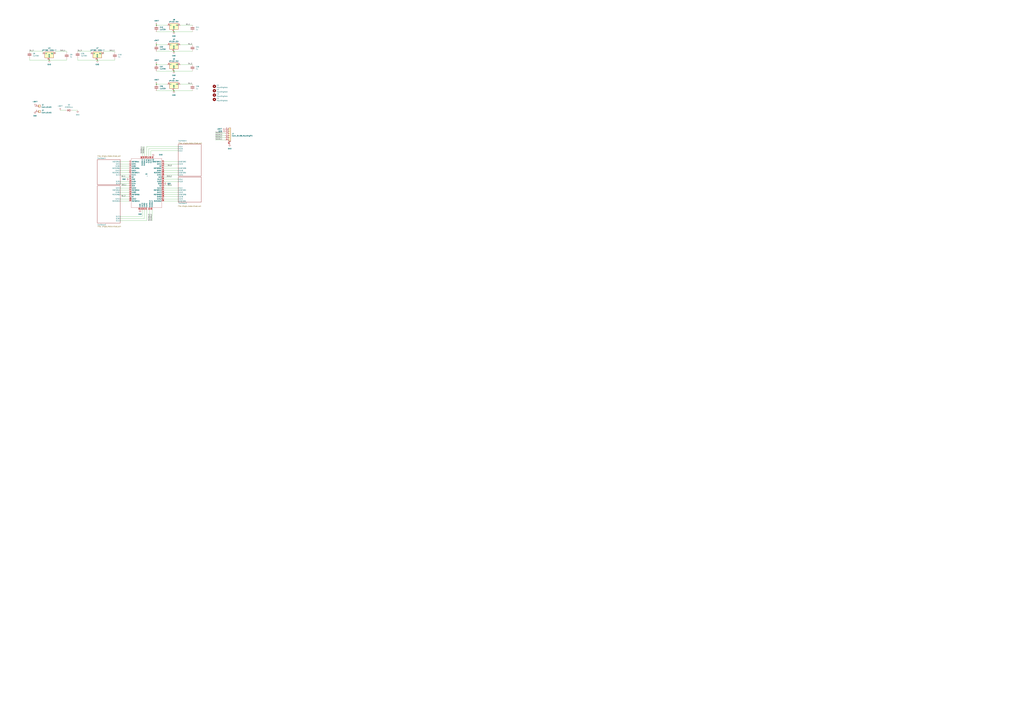
<source format=kicad_sch>
(kicad_sch (version 20250114) (generator "eeschema") (generator_version "9.0")
  (paper "A0")
  (lib_symbols
    (symbol "Connector_Generic:Conn_01x01" (pin_names (offset 1.016) (hide yes))
      (property "Reference" "J" (at 0 2.54 0))
      (property "Value" "Conn_01x01" (at 0 -2.54 0))
      (symbol "Conn_01x01_1_1"
        (rectangle (start -1.27 1.27) (end 1.27 -1.27) (stroke (width 0.254)) (fill (type background)))
        (rectangle (start -1.27 0.127) (end 0 -0.127) (stroke (width 0.1524)))
        (pin passive line (at -5.08 0 0) (length 3.81) (name "Pin_1") (number "1"))
      )
    )
    (symbol "Connector_Generic_MountingPin:Conn_01x06_MountingPin" (pin_names (offset 1.016) (hide yes))
      (property "Reference" "J" (at 0 7.62 0))
      (property "Value" "Conn_01x06_MountingPin" (at 1.27 -10.16 0))
      (symbol "Conn_01x06_MountingPin_1_1"
        (rectangle (start -1.27 6.35) (end 1.27 -8.89) (stroke (width 0.254)) (fill (type background)))
        (rectangle (start -1.27 5.207) (end 0 4.953) (stroke (width 0.1524)))
        (rectangle (start -1.27 2.667) (end 0 2.413) (stroke (width 0.1524)))
        (rectangle (start -1.27 0.127) (end 0 -0.127) (stroke (width 0.1524)))
        (rectangle (start -1.27 -2.413) (end 0 -2.667) (stroke (width 0.1524)))
        (rectangle (start -1.27 -4.953) (end 0 -5.207) (stroke (width 0.1524)))
        (rectangle (start -1.27 -7.493) (end 0 -7.747) (stroke (width 0.1524)))
        (polyline (pts (xy -1.016 -9.652) (xy 1.016 -9.652)) (stroke (width 0.1524)))
        (text "Mounting" (at 0 -9.271 0) (effects (font (size 0.381 0.381))))
        (pin passive line (at -5.08 5.08 0) (length 3.81) (name "Pin_1") (number "1"))
        (pin passive line (at -5.08 2.54 0) (length 3.81) (name "Pin_2") (number "2"))
        (pin passive line (at -5.08 0 0) (length 3.81) (name "Pin_3") (number "3"))
        (pin passive line (at -5.08 -2.54 0) (length 3.81) (name "Pin_4") (number "4"))
        (pin passive line (at -5.08 -5.08 0) (length 3.81) (name "Pin_5") (number "5"))
        (pin passive line (at -5.08 -7.62 0) (length 3.81) (name "Pin_6") (number "6"))
        (pin passive line (at 0 -12.7 90) (length 3.048) (name "MountPin") (number "MP"))
      )
    )
    (symbol "Device:C" (pin_numbers (hide yes)) (pin_names (offset 0.254))
      (property "Reference" "C" (at 0.635 2.54 0))
      (property "Value" "C" (at 0.635 -2.54 0))
      (symbol "C_0_1"
        (polyline (pts (xy -2.032 0.762) (xy 2.032 0.762)) (stroke (width 0.508)))
        (polyline (pts (xy -2.032 -0.762) (xy 2.032 -0.762)) (stroke (width 0.508)))
      )
      (symbol "C_1_1"
        (pin passive line (at 0 3.81 270) (length 2.794) (name "~") (number "1"))
        (pin passive line (at 0 -3.81 90) (length 2.794) (name "~") (number "2"))
      )
    )
    (symbol "Diode:Z1SMAxxx" (pin_numbers (hide yes)) (pin_names (hide yes))
      (property "Reference" "D" (at 0 2.54 0))
      (property "Value" "Z1SMAxxx" (at 0 -2.54 0))
      (symbol "Z1SMAxxx_0_1"
        (polyline (pts (xy -1.27 -1.27) (xy -1.27 1.27) (xy -0.762 1.27)) (stroke (width 0.254)))
        (polyline (pts (xy 1.27 0) (xy -1.27 0)))
        (polyline (pts (xy 1.27 -1.27) (xy 1.27 1.27) (xy -1.27 0) (xy 1.27 -1.27)) (stroke (width 0.254)))
      )
      (symbol "Z1SMAxxx_1_1"
        (pin passive line (at -3.81 0 0) (length 2.54) (name "K") (number "1"))
        (pin passive line (at 3.81 0 180) (length 2.54) (name "A") (number "2"))
      )
    )
    (symbol "Mechanical:MountingHole" (pin_names (offset 1.016)) (in_bom no)
      (property "Reference" "H" (at 0 5.08 0))
      (property "Value" "MountingHole" (at 0 3.175 0))
      (symbol "MountingHole_0_1"
        (circle (center 0 0) (radius 1.27) (stroke (width 1.27)))
      )
    )
    (symbol "Regulator_Linear:AP130-25Y" (pin_names (offset 0.254))
      (property "Reference" "U" (at -3.81 3.175 0))
      (property "Value" "AP130-25Y" (at 0 3.175 0))
      (symbol "AP130-25Y_0_1"
        (rectangle (start -5.08 1.905) (end 5.08 -5.08) (stroke (width 0.254)) (fill (type background)))
      )
      (symbol "AP130-25Y_1_1"
        (pin power_in line (at -7.62 0 0) (length 2.54) (name "VI") (number "3"))
        (pin power_in line (at 0 -7.62 90) (length 2.54) (name "GND") (number "2"))
        (pin power_out line (at 7.62 0 180) (length 2.54) (name "VO") (number "1"))
      )
    )
    (symbol "Regulator_Linear:AP7381-33SA-7"
      (property "Reference" "U" (at -3.81 3.175 0))
      (property "Value" "AP7381-33SA-7" (at 0 3.175 0))
      (symbol "AP7381-33SA-7_0_1"
        (rectangle (start -5.08 1.905) (end 5.08 -5.08) (stroke (width 0.254)) (fill (type background)))
      )
      (symbol "AP7381-33SA-7_1_1"
        (pin power_in line (at -7.62 0 0) (length 2.54) (name "VI") (number "1"))
        (pin power_in line (at 0 -7.62 90) (length 2.54) (name "GND") (number "3"))
        (pin power_out line (at 7.62 0 180) (length 2.54) (name "VO") (number "2"))
      )
    )
    (symbol "custom:LogicBoard"
      (property "Reference" "U" (at 0 30.734 0))
      (symbol "LogicBoard_0_1"
        (rectangle (start -17.78 29.21) (end 17.78 -27.94))
      )
      (symbol "LogicBoard_1_1"
        (pin output line (at -20.32 25.4 0) (length 2.54) (name "MOTORA4") (number "1"))
        (pin output line (at -20.32 22.86 0) (length 2.54) (name "GHA4") (number "2"))
        (pin output line (at -20.32 20.32 0) (length 2.54) (name "GHB4") (number "3"))
        (pin output line (at -20.32 17.78 0) (length 2.54) (name "MOTORB4") (number "4"))
        (pin output line (at -20.32 15.24 0) (length 2.54) (name "GHC4") (number "5"))
        (pin output line (at -20.32 12.7 0) (length 2.54) (name "MOTORC4") (number "6"))
        (pin output line (at -20.32 10.16 0) (length 2.54) (name "GLC4") (number "7"))
        (pin power_in line (at -20.32 7.62 0) (length 2.54) (name "5V") (number "8"))
        (pin power_in line (at -20.32 5.08 0) (length 2.54) (name "GND") (number "9"))
        (pin output line (at -20.32 2.54 0) (length 2.54) (name "GLB4") (number "10"))
        (pin output line (at -20.32 0 0) (length 2.54) (name "GLA4") (number "11"))
        (pin power_in line (at -20.32 -2.54 0) (length 2.54) (name "3V3") (number "12"))
        (pin output line (at -20.32 -5.08 0) (length 2.54) (name "GHA3") (number "13"))
        (pin output line (at -20.32 -7.62 0) (length 2.54) (name "MOTORA3") (number "14"))
        (pin output line (at -20.32 -10.16 0) (length 2.54) (name "GHB3") (number "15"))
        (pin output line (at -20.32 -12.7 0) (length 2.54) (name "MOTORB3") (number "16"))
        (pin power_in line (at -20.32 -15.24 0) (length 2.54) (name "5V") (number "17"))
        (pin output line (at -20.32 -17.78 0) (length 2.54) (name "GHC3") (number "18"))
        (pin output line (at -20.32 -20.32 0) (length 2.54) (name "MOTORC3") (number "19"))
        (pin power_in line (at -7.62 -30.48 90) (length 2.54) (name "GND") (number "20"))
        (pin input line (at -5.08 31.75 270) (length 2.54) (name "SIGNAL4") (number "50"))
        (pin output line (at -5.08 -30.48 90) (length 2.54) (name "GLC3") (number "21"))
        (pin input line (at -2.54 31.75 270) (length 2.54) (name "SIGNAL1") (number "49"))
        (pin output line (at -2.54 -30.48 90) (length 2.54) (name "GLB3") (number "22"))
        (pin input line (at 0 31.75 270) (length 2.54) (name "GLA1") (number "48"))
        (pin output line (at 0 -30.48 90) (length 2.54) (name "GLA3") (number "23"))
        (pin output line (at 2.54 31.75 270) (length 2.54) (name "GLB1") (number "47"))
        (pin input line (at 3.81 -30.48 90) (length 2.54) (name "SIGNAL3") (number "24"))
        (pin output line (at 5.08 31.75 270) (length 2.54) (name "GLC1") (number "46"))
        (pin input line (at 6.35 -30.48 90) (length 2.54) (name "SIGNAL2") (number "25"))
        (pin power_in line (at 7.62 31.75 270) (length 2.54) (name "GND") (number "45"))
        (pin output line (at 20.32 25.4 180) (length 2.54) (name "MOTORC1") (number "44"))
        (pin output line (at 20.32 22.86 180) (length 2.54) (name "GHC1") (number "43"))
        (pin power_in line (at 20.32 20.32 180) (length 2.54) (name "5V") (number "42"))
        (pin output line (at 20.32 17.78 180) (length 2.54) (name "MOTORB1") (number "41"))
        (pin output line (at 20.32 15.24 180) (length 2.54) (name "GHB1") (number "40"))
        (pin output line (at 20.32 12.7 180) (length 2.54) (name "MOTORA1") (number "39"))
        (pin output line (at 20.32 10.16 180) (length 2.54) (name "GHA1") (number "38"))
        (pin power_in line (at 20.32 7.62 180) (length 2.54) (name "3V3") (number "37"))
        (pin output line (at 20.32 5.08 180) (length 2.54) (name "GLA2") (number "36"))
        (pin output line (at 20.32 2.54 180) (length 2.54) (name "GLB2") (number "35"))
        (pin power_in line (at 20.32 0 180) (length 2.54) (name "GND") (number "34"))
        (pin power_in line (at 20.32 -2.54 180) (length 2.54) (name "5V") (number "33"))
        (pin output line (at 20.32 -5.08 180) (length 2.54) (name "GLC2") (number "32"))
        (pin output line (at 20.32 -7.62 180) (length 2.54) (name "MOTORC2") (number "31"))
        (pin output line (at 20.32 -10.16 180) (length 2.54) (name "GHC2") (number "30"))
        (pin output line (at 20.32 -12.7 180) (length 2.54) (name "MOTORB2") (number "29"))
        (pin output line (at 20.32 -15.24 180) (length 2.54) (name "GHB2") (number "28"))
        (pin output line (at 20.32 -17.78 180) (length 2.54) (name "GHA2") (number "27"))
        (pin output line (at 20.32 -20.32 180) (length 2.54) (name "MOTORA2") (number "26"))
      )
    )
    (symbol "power:+BATT" (power) (pin_numbers (hide yes)) (pin_names (offset 0) (hide yes))
      (property "Value" "+BATT" (at 0 3.556 0))
      (symbol "+BATT_0_1"
        (polyline (pts (xy -0.762 1.27) (xy 0 2.54)))
        (polyline (pts (xy 0 2.54) (xy 0.762 1.27)))
        (polyline (pts (xy 0 0) (xy 0 2.54)))
      )
      (symbol "+BATT_1_1"
        (pin power_in line (at 0 0 90) (length 0) (name "~") (number "1"))
      )
    )
    (symbol "power:GND" (power) (pin_numbers (hide yes)) (pin_names (offset 0) (hide yes))
      (property "Value" "GND" (at 0 -3.81 0))
      (symbol "GND_0_1"
        (polyline (pts (xy 0 0) (xy 0 -1.27) (xy 1.27 -1.27) (xy 0 -2.54) (xy -1.27 -1.27) (xy 0 -1.27)))
      )
      (symbol "GND_1_1"
        (pin power_in line (at 0 0 270) (length 0) (name "~") (number "1"))
      )
    )
  )
  (junction (at 201.93 105.41))
  (junction (at 201.93 82.55))
  (junction (at 181.61 74.93))
  (junction (at 201.93 59.69))
  (junction (at 181.61 29.21))
  (junction (at 57.15 69.85))
  (junction (at 113.03 69.85))
  (junction (at 181.61 97.79))
  (junction (at 181.61 52.07))
  (junction (at 201.93 36.83))
  (wire (pts (xy 139.7 233.68) (xy 149.86 233.68)))
  (wire (pts (xy 165.1 243.84) (xy 165.1 251.46)))
  (wire (pts (xy 139.7 187.96) (xy 149.86 187.96)))
  (wire (pts (xy 139.7 198.12) (xy 149.86 198.12)))
  (wire (pts (xy 190.5 218.44) (xy 207.01 218.44)))
  (wire (pts (xy 139.7 213.36) (xy 149.86 213.36)))
  (wire (pts (xy 190.5 200.66) (xy 207.01 200.66)))
  (wire (pts (xy 167.64 254) (xy 167.64 243.84)))
  (wire (pts (xy 170.18 243.84) (xy 170.18 256.54)))
  (wire (pts (xy 181.61 82.55) (xy 201.93 82.55)))
  (wire (pts (xy 34.29 69.85) (xy 34.29 67.31)))
  (wire (pts (xy 139.7 195.58) (xy 149.86 195.58)))
  (wire (pts (xy 199.39 193.04) (xy 190.5 193.04)))
  (wire (pts (xy 201.93 36.83) (xy 223.52 36.83)))
  (wire (pts (xy 201.93 59.69) (xy 223.52 59.69)))
  (wire (pts (xy 190.5 220.98) (xy 207.01 220.98)))
  (wire (pts (xy 190.5 231.14) (xy 207.01 231.14)))
  (wire (pts (xy 133.35 60.96) (xy 133.35 59.69)))
  (wire (pts (xy 199.39 205.74) (xy 190.5 205.74)))
  (wire (pts (xy 139.7 200.66) (xy 149.86 200.66)))
  (wire (pts (xy 170.18 256.54) (xy 139.7 256.54)))
  (wire (pts (xy 140.97 215.9) (xy 149.86 215.9)))
  (wire (pts (xy 83.82 128.27) (xy 90.17 128.27)))
  (wire (pts (xy 64.77 59.69) (xy 64.77 62.23)))
  (wire (pts (xy 209.55 97.79) (xy 223.52 97.79)))
  (wire (pts (xy 139.7 226.06) (xy 149.86 226.06)))
  (wire (pts (xy 165.1 251.46) (xy 139.7 251.46)))
  (wire (pts (xy 201.93 105.41) (xy 223.52 105.41)))
  (wire (pts (xy 133.35 69.85) (xy 133.35 68.58)))
  (wire (pts (xy 105.41 59.69) (xy 105.41 62.23)))
  (wire (pts (xy 181.61 29.21) (xy 194.31 29.21)))
  (wire (pts (xy 175.26 175.26) (xy 175.26 181.61)))
  (wire (pts (xy 181.61 74.93) (xy 194.31 74.93)))
  (wire (pts (xy 209.55 29.21) (xy 223.52 29.21)))
  (wire (pts (xy 190.5 195.58) (xy 207.01 195.58)))
  (wire (pts (xy 209.55 52.07) (xy 223.52 52.07)))
  (wire (pts (xy 64.77 59.69) (xy 77.47 59.69)))
  (wire (pts (xy 139.7 193.04) (xy 149.86 193.04)))
  (wire (pts (xy 190.5 208.28) (xy 207.01 208.28)))
  (wire (pts (xy 120.65 59.69) (xy 133.35 59.69)))
  (wire (pts (xy 69.85 128.27) (xy 76.2 128.27)))
  (wire (pts (xy 190.5 226.06) (xy 207.01 226.06)))
  (wire (pts (xy 172.72 181.61) (xy 172.72 172.72)))
  (wire (pts (xy 209.55 74.93) (xy 223.52 74.93)))
  (wire (pts (xy 190.5 198.12) (xy 207.01 198.12)))
  (wire (pts (xy 139.7 218.44) (xy 149.86 218.44)))
  (wire (pts (xy 190.5 190.5) (xy 207.01 190.5)))
  (wire (pts (xy 181.61 52.07) (xy 194.31 52.07)))
  (wire (pts (xy 176.53 243.84) (xy 176.53 256.54)))
  (wire (pts (xy 167.64 170.18) (xy 167.64 181.61)))
  (wire (pts (xy 57.15 69.85) (xy 77.47 69.85)))
  (wire (pts (xy 250.19 160.02) (xy 261.62 160.02)))
  (wire (pts (xy 190.5 203.2) (xy 207.01 203.2)))
  (wire (pts (xy 139.7 223.52) (xy 149.86 223.52)))
  (wire (pts (xy 113.03 69.85) (xy 133.35 69.85)))
  (wire (pts (xy 139.7 210.82) (xy 149.86 210.82)))
  (wire (pts (xy 199.39 215.9) (xy 190.5 215.9)))
  (wire (pts (xy 173.99 243.84) (xy 173.99 256.54)))
  (wire (pts (xy 140.97 228.6) (xy 149.86 228.6)))
  (wire (pts (xy 113.03 69.85) (xy 90.17 69.85)))
  (wire (pts (xy 172.72 172.72) (xy 207.01 172.72)))
  (wire (pts (xy 139.7 254) (xy 167.64 254)))
  (wire (pts (xy 57.15 69.85) (xy 34.29 69.85)))
  (wire (pts (xy 181.61 97.79) (xy 194.31 97.79)))
  (wire (pts (xy 77.47 69.85) (xy 77.47 68.58)))
  (wire (pts (xy 201.93 82.55) (xy 223.52 82.55)))
  (wire (pts (xy 139.7 190.5) (xy 149.86 190.5)))
  (wire (pts (xy 207.01 175.26) (xy 175.26 175.26)))
  (wire (pts (xy 170.18 170.18) (xy 207.01 170.18)))
  (wire (pts (xy 181.61 36.83) (xy 201.93 36.83)))
  (wire (pts (xy 139.7 203.2) (xy 149.86 203.2)))
  (wire (pts (xy 190.5 187.96) (xy 207.01 187.96)))
  (wire (pts (xy 77.47 60.96) (xy 77.47 59.69)))
  (wire (pts (xy 190.5 228.6) (xy 207.01 228.6)))
  (wire (pts (xy 190.5 210.82) (xy 207.01 210.82)))
  (wire (pts (xy 190.5 223.52) (xy 207.01 223.52)))
  (wire (pts (xy 165.1 170.18) (xy 165.1 181.61)))
  (wire (pts (xy 181.61 59.69) (xy 201.93 59.69)))
  (wire (pts (xy 181.61 105.41) (xy 201.93 105.41)))
  (wire (pts (xy 120.65 59.69) (xy 120.65 62.23)))
  (wire (pts (xy 90.17 59.69) (xy 105.41 59.69)))
  (wire (pts (xy 250.19 154.94) (xy 261.62 154.94)))
  (wire (pts (xy 170.18 181.61) (xy 170.18 170.18)))
  (wire (pts (xy 190.5 233.68) (xy 207.01 233.68)))
  (wire (pts (xy 34.29 59.69) (xy 49.53 59.69)))
  (wire (pts (xy 90.17 69.85) (xy 90.17 67.31)))
  (wire (pts (xy 139.7 220.98) (xy 149.86 220.98)))
  (wire (pts (xy 139.7 231.14) (xy 149.86 231.14)))
  (wire (pts (xy 140.97 205.74) (xy 149.86 205.74)))
  (wire (pts (xy 250.19 157.48) (xy 261.62 157.48)))
  (wire (pts (xy 49.53 59.69) (xy 49.53 62.23)))
  (wire (pts (xy 250.19 162.56) (xy 261.62 162.56)))
  (label "5V_1" (at 215.9 29.21 0))
  (label "3V3_1" (at 69.85 59.69 0))
  (label "SIGNAL4" (at 165.1 170.18 270))
  (label "SIGNAL2" (at 250.19 157.48 0))
  (label "3V3_1" (at 140.97 215.9 0))
  (label "5V_1" (at 140.97 205.74 0))
  (label "3V3_2" (at 199.39 205.74 180))
  (label "5V_4" (at 199.39 215.9 180))
  (label "3V3_2" (at 127 59.69 0))
  (label "5V_2" (at 140.97 228.6 0))
  (label "5V_3" (at 218.44 74.93 0))
  (label "5V_3" (at 199.39 193.04 180))
  (label "SIGNAL3" (at 250.19 154.94 0))
  (label "SIGNAL2" (at 176.53 256.54 90))
  (label "5V_4" (at 218.44 97.79 0))
  (label "SIGNAL3" (at 173.99 256.54 90))
  (label "SIGNAL1" (at 167.64 170.18 270))
  (label "SIGNAL4" (at 250.19 160.02 0))
  (label "5V_3" (at 90.17 59.69 0))
  (label "5V_2" (at 218.44 52.07 0))
  (label "5V_2" (at 34.29 59.69 0))
  (label "SIGNAL1" (at 250.19 162.56 0))
  (symbol (lib_id "Device:C") (at 34.29 63.5 0) (unit 1)
    (property "Reference" "C8" (at 38.1 62.2299 0) (effects (justify left)))
    (property "Value" "1uF25V" (at 38.1 64.7699 0) (effects (justify left)))
    (property "Footprint" "Capacitor_SMD:C_0603_1608Metric" (effects (hide yes)))
    (property "Description" "Unpolarized capacitor" (effects (hide yes)))
  )
  (symbol (lib_id "Regulator_Linear:AP7381-33SA-7") (at 57.15 62.23 0) (unit 1)
    (property "Reference" "U3" (at 57.15 55.88 0))
    (property "Value" "AP7381-33SA-7" (at 57.15 58.42 0))
    (property "Footprint" "Package_TO_SOT_SMD:SOT-23" (effects (hide yes)))
    (property "Datasheet" "https://www.diodes.com/assets/Datasheets/AP7381.pdf" (effects (hide yes)))
    (property "Description" "150mA Low Dropout Voltage Regulator, Fixed Output 3.3V, Wide Input Voltage Range 40V, SOT-23" (effects (hide yes)))
  )
  (symbol (lib_id "Connector_Generic_MountingPin:Conn_01x06_MountingPin") (at 266.7 154.94 0) (unit 1)
    (property "Reference" "J1" (at 269.24 155.2955 0) (effects (justify left)))
    (property "Value" "Conn_01x08_MountingPin" (at 269.24 157.8355 0) (effects (justify left)))
    (property "Footprint" "Connector_JST:JST_SH_SM06B-SRSS-TB_1x06-1MP_P1.00mm_Horizontal" (effects (hide yes)))
    (property "Description" "Generic connectable mounting pin connector, single row, 01x06, script generated (kicad-library-utils/schlib/autogen/connector/)" (effects (hide yes)))
  )
  (symbol (lib_id "power:GND") (at 201.93 59.69 0) (unit 1)
    (property "Reference" "#PWR041" (effects (hide yes)))
    (property "Value" "GND" (at 201.93 64.77 0))
    (property "Description" "Power symbol creates a global label with name \"GND\" , ground" (effects (hide yes)))
  )
  (symbol (lib_id "power:+BATT") (at 181.61 52.07 0) (unit 1)
    (property "Reference" "#PWR040" (effects (hide yes)))
    (property "Value" "+BATT" (at 181.61 46.99 0))
    (property "Description" "Power symbol creates a global label with name \"+BATT\"" (effects (hide yes)))
  )
  (symbol (lib_id "power:GND") (at 266.7 167.64 0) (unit 1)
    (property "Reference" "#PWR029" (effects (hide yes)))
    (property "Value" "GND" (at 266.7 172.72 0))
    (property "Description" "Power symbol creates a global label with name \"GND\" , ground" (effects (hide yes)))
  )
  (symbol (lib_id "Regulator_Linear:AP130-25Y") (at 201.93 52.07 0) (unit 1)
    (property "Reference" "U2" (at 201.93 45.72 0))
    (property "Value" "AP130-25Y" (at 201.93 48.26 0))
    (property "Footprint" "Package_TO_SOT_SMD:SOT-89-3" (effects (hide yes)))
    (property "Datasheet" "https://www.diodes.com/assets/Datasheets/AP130.pdf" (effects (hide yes)))
    (property "Description" "0.3A Low Dropout regulator, positive, 2.5V fixed output, SOT-89" (effects (hide yes)))
  )
  (symbol (lib_id "power:+BATT") (at 181.61 74.93 0) (unit 1)
    (property "Reference" "#PWR046" (effects (hide yes)))
    (property "Value" "+BATT" (at 181.61 69.85 0))
    (property "Description" "Power symbol creates a global label with name \"+BATT\"" (effects (hide yes)))
  )
  (symbol (lib_id "Connector_Generic:Conn_01x01") (at 45.72 129.54 0) (unit 1)
    (property "Reference" "J3" (at 48.26 128.2699 0) (effects (justify left)))
    (property "Value" "Conn_01x01" (at 48.26 130.8099 0) (effects (justify left)))
    (property "Footprint" "Custom:EscBatteryConnector" (effects (hide yes)))
    (property "Description" "Generic connector, single row, 01x01, script generated (kicad-library-utils/schlib/autogen/connector/)" (effects (hide yes)))
  )
  (symbol (lib_id "custom:LogicBoard") (at 170.18 213.36 0) (unit 1)
    (property "Reference" "U1" (at 168.656 202.184 0) (effects (justify left)))
    (property "Value" "~" (at 170.434 204.724 0) (effects (justify left)))
    (property "Footprint" "Custom:LogicBoard" (effects (hide yes)))
  )
  (symbol (lib_id "power:GND") (at 90.17 128.27 0) (unit 1)
    (property "Reference" "#PWR012" (effects (hide yes)))
    (property "Value" "GND" (at 90.17 133.35 0))
    (property "Description" "Power symbol creates a global label with name \"GND\" , ground" (effects (hide yes)))
  )
  (symbol (lib_id "Device:C") (at 223.52 33.02 0) (unit 1)
    (property "Reference" "C11" (at 227.33 31.7499 0) (effects (justify left)))
    (property "Value" "1u" (at 227.33 34.2899 0) (effects (justify left)))
    (property "Footprint" "Capacitor_SMD:C_0201_0603Metric" (effects (hide yes)))
    (property "Description" "Unpolarized capacitor" (effects (hide yes)))
  )
  (symbol (lib_id "power:+BATT") (at 40.64 123.19 0) (unit 1)
    (property "Reference" "#PWR09" (effects (hide yes)))
    (property "Value" "+BATT" (at 40.64 118.11 0))
    (property "Description" "Power symbol creates a global label with name \"+BATT\"" (effects (hide yes)))
  )
  (symbol (lib_id "Device:C") (at 181.61 33.02 0) (unit 1)
    (property "Reference" "C10" (at 185.42 31.7499 0) (effects (justify left)))
    (property "Value" "1uF25V" (at 185.42 34.2899 0) (effects (justify left)))
    (property "Footprint" "Capacitor_SMD:C_0603_1608Metric" (effects (hide yes)))
    (property "Description" "Unpolarized capacitor" (effects (hide yes)))
  )
  (symbol (lib_id "Diode:Z1SMAxxx") (at 80.01 128.27 0) (unit 1)
    (property "Reference" "D3" (at 80.01 121.92 0))
    (property "Value" "Z1SMAxxx" (at 80.01 124.46 0))
    (property "Footprint" "Diode_SMD:D_SMA" (effects (hide yes)))
    (property "Datasheet" "https://diotec.com/tl_files/diotec/files/pdf/datasheets/z1sma1.pdf" (effects (hide yes)))
    (property "Description" "1000mW Zener Diode, SMA(DO-214AC)" (effects (hide yes)))
  )
  (symbol (lib_id "Mechanical:MountingHole") (at 248.92 110.49 0) (unit 1) (in_bom no)
    (property "Reference" "H3" (at 251.46 109.2199 0) (effects (justify left)))
    (property "Value" "MountingHole" (at 251.46 111.7599 0) (effects (justify left)))
    (property "Footprint" "Custom:EscScrewHole" (effects (hide yes)))
    (property "Description" "Mounting Hole without connection" (effects (hide yes)))
  )
  (symbol (lib_id "Device:C") (at 181.61 55.88 0) (unit 1)
    (property "Reference" "C33" (at 185.42 54.6099 0) (effects (justify left)))
    (property "Value" "1uF25V" (at 185.42 57.1499 0) (effects (justify left)))
    (property "Footprint" "Capacitor_SMD:C_0603_1608Metric" (effects (hide yes)))
    (property "Description" "Unpolarized capacitor" (effects (hide yes)))
  )
  (symbol (lib_id "power:GND") (at 113.03 69.85 0) (unit 1)
    (property "Reference" "#PWR050" (effects (hide yes)))
    (property "Value" "GND" (at 113.03 74.93 0))
    (property "Description" "Power symbol creates a global label with name \"GND\" , ground" (effects (hide yes)))
  )
  (symbol (lib_id "Device:C") (at 223.52 101.6 0) (unit 1)
    (property "Reference" "C36" (at 227.33 100.3299 0) (effects (justify left)))
    (property "Value" "1u" (at 227.33 102.8699 0) (effects (justify left)))
    (property "Footprint" "Capacitor_SMD:C_0201_0603Metric" (effects (hide yes)))
    (property "Description" "Unpolarized capacitor" (effects (hide yes)))
  )
  (symbol (lib_id "Device:C") (at 77.47 64.77 0) (unit 1)
    (property "Reference" "C9" (at 81.28 63.4999 0) (effects (justify left)))
    (property "Value" "1u" (at 81.28 66.0399 0) (effects (justify left)))
    (property "Footprint" "Capacitor_SMD:C_0201_0603Metric" (effects (hide yes)))
    (property "Description" "Unpolarized capacitor" (effects (hide yes)))
  )
  (symbol (lib_id "power:GND") (at 201.93 36.83 0) (unit 1)
    (property "Reference" "#PWR08" (effects (hide yes)))
    (property "Value" "GND" (at 201.93 41.91 0))
    (property "Description" "Power symbol creates a global label with name \"GND\" , ground" (effects (hide yes)))
  )
  (symbol (lib_id "power:GND") (at 190.5 213.36 90) (unit 1)
    (property "Reference" "#PWR017" (effects (hide yes)))
    (property "Value" "GND" (at 194.31 213.3599 90) (effects (justify right)))
    (property "Description" "Power symbol creates a global label with name \"GND\" , ground" (effects (hide yes)))
  )
  (symbol (lib_id "Device:C") (at 223.52 55.88 0) (unit 1)
    (property "Reference" "C34" (at 227.33 54.6099 0) (effects (justify left)))
    (property "Value" "1u" (at 227.33 57.1499 0) (effects (justify left)))
    (property "Footprint" "Capacitor_SMD:C_0201_0603Metric" (effects (hide yes)))
    (property "Description" "Unpolarized capacitor" (effects (hide yes)))
  )
  (symbol (lib_id "Device:C") (at 133.35 64.77 0) (unit 1)
    (property "Reference" "C40" (at 137.16 63.4999 0) (effects (justify left)))
    (property "Value" "1u" (at 137.16 66.0399 0) (effects (justify left)))
    (property "Footprint" "Capacitor_SMD:C_0201_0603Metric" (effects (hide yes)))
    (property "Description" "Unpolarized capacitor" (effects (hide yes)))
  )
  (symbol (lib_id "Regulator_Linear:AP130-25Y") (at 201.93 97.79 0) (unit 1)
    (property "Reference" "U4" (at 201.93 91.44 0))
    (property "Value" "AP130-25Y" (at 201.93 93.98 0))
    (property "Footprint" "Package_TO_SOT_SMD:SOT-89-3" (effects (hide yes)))
    (property "Datasheet" "https://www.diodes.com/assets/Datasheets/AP130.pdf" (effects (hide yes)))
    (property "Description" "0.3A Low Dropout regulator, positive, 2.5V fixed output, SOT-89" (effects (hide yes)))
  )
  (symbol (lib_id "power:GND") (at 201.93 82.55 0) (unit 1)
    (property "Reference" "#PWR047" (effects (hide yes)))
    (property "Value" "GND" (at 201.93 87.63 0))
    (property "Description" "Power symbol creates a global label with name \"GND\" , ground" (effects (hide yes)))
  )
  (symbol (lib_id "power:GND") (at 177.8 181.61 180) (unit 1)
    (property "Reference" "#PWR018" (effects (hide yes)))
    (property "Value" "GND" (at 186.69 179.832 0))
    (property "Description" "Power symbol creates a global label with name \"GND\" , ground" (effects (hide yes)))
  )
  (symbol (lib_id "power:+BATT") (at 181.61 97.79 0) (unit 1)
    (property "Reference" "#PWR043" (effects (hide yes)))
    (property "Value" "+BATT" (at 181.61 92.71 0))
    (property "Description" "Power symbol creates a global label with name \"+BATT\"" (effects (hide yes)))
  )
  (symbol (lib_id "power:GND") (at 261.62 152.4 270) (unit 1)
    (property "Reference" "#PWR031" (effects (hide yes)))
    (property "Value" "GND" (at 257.81 152.3999 90) (effects (justify right)))
    (property "Description" "Power symbol creates a global label with name \"GND\" , ground" (effects (hide yes)))
  )
  (symbol (lib_id "Device:C") (at 181.61 78.74 0) (unit 1)
    (property "Reference" "C37" (at 185.42 77.4699 0) (effects (justify left)))
    (property "Value" "1uF25V" (at 185.42 80.0099 0) (effects (justify left)))
    (property "Footprint" "Capacitor_SMD:C_0603_1608Metric" (effects (hide yes)))
    (property "Description" "Unpolarized capacitor" (effects (hide yes)))
  )
  (symbol (lib_id "Mechanical:MountingHole") (at 248.92 115.57 0) (unit 1) (in_bom no)
    (property "Reference" "H4" (at 251.46 114.2999 0) (effects (justify left)))
    (property "Value" "MountingHole" (at 251.46 116.8399 0) (effects (justify left)))
    (property "Footprint" "Custom:EscScrewHole" (effects (hide yes)))
    (property "Description" "Mounting Hole without connection" (effects (hide yes)))
  )
  (symbol (lib_id "power:GND") (at 201.93 105.41 0) (unit 1)
    (property "Reference" "#PWR044" (effects (hide yes)))
    (property "Value" "GND" (at 201.93 110.49 0))
    (property "Description" "Power symbol creates a global label with name \"GND\" , ground" (effects (hide yes)))
  )
  (symbol (lib_id "power:GND") (at 57.15 69.85 0) (unit 1)
    (property "Reference" "#PWR04" (effects (hide yes)))
    (property "Value" "GND" (at 57.15 74.93 0))
    (property "Description" "Power symbol creates a global label with name \"GND\" , ground" (effects (hide yes)))
  )
  (symbol (lib_id "power:+BATT") (at 261.62 149.86 90) (unit 1)
    (property "Reference" "#PWR030" (effects (hide yes)))
    (property "Value" "+BATT" (at 257.81 149.8599 90) (effects (justify left)))
    (property "Description" "Power symbol creates a global label with name \"+BATT\"" (effects (hide yes)))
  )
  (symbol (lib_id "Device:C") (at 181.61 101.6 0) (unit 1)
    (property "Reference" "C35" (at 185.42 100.3299 0) (effects (justify left)))
    (property "Value" "1uF25V" (at 185.42 102.8699 0) (effects (justify left)))
    (property "Footprint" "Capacitor_SMD:C_0603_1608Metric" (effects (hide yes)))
    (property "Description" "Unpolarized capacitor" (effects (hide yes)))
  )
  (symbol (lib_id "power:+BATT") (at 69.85 128.27 0) (unit 1)
    (property "Reference" "#PWR011" (effects (hide yes)))
    (property "Value" "+BATT" (at 69.85 123.19 0))
    (property "Description" "Power symbol creates a global label with name \"+BATT\"" (effects (hide yes)))
  )
  (symbol (lib_id "Device:C") (at 90.17 63.5 0) (unit 1)
    (property "Reference" "C39" (at 93.98 62.2299 0) (effects (justify left)))
    (property "Value" "1uF25V" (at 93.98 64.7699 0) (effects (justify left)))
    (property "Footprint" "Capacitor_SMD:C_0603_1608Metric" (effects (hide yes)))
    (property "Description" "Unpolarized capacitor" (effects (hide yes)))
  )
  (symbol (lib_id "Mechanical:MountingHole") (at 248.92 100.33 0) (unit 1) (in_bom no)
    (property "Reference" "H1" (at 251.46 99.0599 0) (effects (justify left)))
    (property "Value" "MountingHole" (at 251.46 101.5999 0) (effects (justify left)))
    (property "Footprint" "Custom:EscScrewHole" (effects (hide yes)))
    (property "Description" "Mounting Hole without connection" (effects (hide yes)))
  )
  (symbol (lib_id "Regulator_Linear:AP130-25Y") (at 201.93 29.21 0) (unit 1)
    (property "Reference" "U8" (at 201.93 22.86 0))
    (property "Value" "AP130-25Y" (at 201.93 25.4 0))
    (property "Footprint" "Package_TO_SOT_SMD:SOT-89-3" (effects (hide yes)))
    (property "Datasheet" "https://www.diodes.com/assets/Datasheets/AP130.pdf" (effects (hide yes)))
    (property "Description" "0.3A Low Dropout regulator, positive, 2.5V fixed output, SOT-89" (effects (hide yes)))
  )
  (symbol (lib_id "power:GND") (at 162.56 243.84 0) (unit 1)
    (property "Reference" "#PWR016" (effects (hide yes)))
    (property "Value" "GND" (at 162.56 248.92 0))
    (property "Description" "Power symbol creates a global label with name \"GND\" , ground" (effects (hide yes)))
  )
  (symbol (lib_id "Connector_Generic:Conn_01x01") (at 45.72 123.19 0) (unit 1)
    (property "Reference" "J2" (at 48.26 121.9199 0) (effects (justify left)))
    (property "Value" "Conn_01x01" (at 48.26 124.4599 0) (effects (justify left)))
    (property "Footprint" "Custom:EscBatteryConnector" (effects (hide yes)))
    (property "Description" "Generic connector, single row, 01x01, script generated (kicad-library-utils/schlib/autogen/connector/)" (effects (hide yes)))
  )
  (symbol (lib_id "Regulator_Linear:AP7381-33SA-7") (at 113.03 62.23 0) (unit 1)
    (property "Reference" "U7" (at 113.03 55.88 0))
    (property "Value" "AP7381-33SA-7" (at 113.03 58.42 0))
    (property "Footprint" "Package_TO_SOT_SMD:SOT-23" (effects (hide yes)))
    (property "Datasheet" "https://www.diodes.com/assets/Datasheets/AP7381.pdf" (effects (hide yes)))
    (property "Description" "150mA Low Dropout Voltage Regulator, Fixed Output 3.3V, Wide Input Voltage Range 40V, SOT-23" (effects (hide yes)))
  )
  (symbol (lib_id "Mechanical:MountingHole") (at 248.92 105.41 0) (unit 1) (in_bom no)
    (property "Reference" "H2" (at 251.46 104.1399 0) (effects (justify left)))
    (property "Value" "MountingHole" (at 251.46 106.6799 0) (effects (justify left)))
    (property "Footprint" "Custom:EscScrewHole" (effects (hide yes)))
    (property "Description" "Mounting Hole without connection" (effects (hide yes)))
  )
  (symbol (lib_id "Regulator_Linear:AP130-25Y") (at 201.93 74.93 0) (unit 1)
    (property "Reference" "U5" (at 201.93 68.58 0))
    (property "Value" "AP130-25Y" (at 201.93 71.12 0))
    (property "Footprint" "Package_TO_SOT_SMD:SOT-89-3" (effects (hide yes)))
    (property "Datasheet" "https://www.diodes.com/assets/Datasheets/AP130.pdf" (effects (hide yes)))
    (property "Description" "0.3A Low Dropout regulator, positive, 2.5V fixed output, SOT-89" (effects (hide yes)))
  )
  (symbol (lib_id "Device:C") (at 223.52 78.74 0) (unit 1)
    (property "Reference" "C38" (at 227.33 77.4699 0) (effects (justify left)))
    (property "Value" "1u" (at 227.33 80.0099 0) (effects (justify left)))
    (property "Footprint" "Capacitor_SMD:C_0201_0603Metric" (effects (hide yes)))
    (property "Description" "Unpolarized capacitor" (effects (hide yes)))
  )
  (symbol (lib_id "power:+BATT") (at 181.61 29.21 0) (unit 1)
    (property "Reference" "#PWR07" (effects (hide yes)))
    (property "Value" "+BATT" (at 181.61 24.13 0))
    (property "Description" "Power symbol creates a global label with name \"+BATT\"" (effects (hide yes)))
  )
  (symbol (lib_id "power:GND") (at 149.86 208.28 270) (unit 1)
    (property "Reference" "#PWR013" (effects (hide yes)))
    (property "Value" "GND" (at 146.05 208.2799 90) (effects (justify right)))
    (property "Description" "Power symbol creates a global label with name \"GND\" , ground" (effects (hide yes)))
  )
  (symbol (lib_id "power:GND") (at 40.64 129.54 0) (unit 1)
    (property "Reference" "#PWR010" (effects (hide yes)))
    (property "Value" "GND" (at 40.64 134.62 0))
    (property "Description" "Power symbol creates a global label with name \"GND\" , ground" (effects (hide yes)))
  )
  (sheet (at 207.01 167.64) (size 26.67 36.83) (stroke (width 0.1524))
    (property "Sheetname" "EscMotor4" (at 207.01 164.338 0) (effects (justify left bottom)))
    (property "Sheetfile" "single_motor.kicad_sch" (at 207.264 165.608 0) (effects (justify left top)))
    (pin "MOTORA" output (at 207.01 200.66 180))
    (pin "GHA" input (at 207.01 203.2 180))
    (pin "GLA" input (at 207.01 170.18 180))
    (pin "GHB" input (at 207.01 198.12 180))
    (pin "MOTORB" output (at 207.01 195.58 180))
    (pin "GLB" input (at 207.01 172.72 180))
    (pin "GLC" input (at 207.01 175.26 180))
    (pin "MOTORC" output (at 207.01 187.96 180))
    (pin "GHC" input (at 207.01 190.5 180))
  )
  (sheet (at 207.01 205.74) (size 26.67 29.21) (stroke (width 0.1524))
    (property "Sheetname" "EscMotor3" (at 207.01 236.982 0) (effects (justify left bottom)))
    (property "Sheetfile" "single_motor.kicad_sch" (at 206.502 238.76 0) (effects (justify left top)))
    (pin "MOTORA" output (at 207.01 233.68 180))
    (pin "GHA" input (at 207.01 231.14 180))
    (pin "GLA" input (at 207.01 208.28 180))
    (pin "GHB" input (at 207.01 228.6 180))
    (pin "MOTORB" output (at 207.01 226.06 180))
    (pin "GLB" input (at 207.01 210.82 180))
    (pin "GLC" input (at 207.01 218.44 180))
    (pin "MOTORC" output (at 207.01 220.98 180))
    (pin "GHC" input (at 207.01 223.52 180))
  )
  (sheet (at 113.03 215.9) (size 26.67 43.18) (stroke (width 0.1524))
    (property "Sheetname" "EscMotor2" (at 113.284 261.874 0) (effects (justify left bottom)))
    (property "Sheetfile" "single_motor.kicad_sch" (at 113.284 262.382 0) (effects (justify left top)))
    (pin "MOTORA" output (at 139.7 220.98 0))
    (pin "GHA" input (at 139.7 218.44 0))
    (pin "GLA" input (at 139.7 256.54 0))
    (pin "GHB" input (at 139.7 223.52 0))
    (pin "MOTORB" output (at 139.7 226.06 0))
    (pin "GLB" input (at 139.7 254 0))
    (pin "GLC" input (at 139.7 251.46 0))
    (pin "MOTORC" output (at 139.7 233.68 0))
    (pin "GHC" input (at 139.7 231.14 0))
  )
  (sheet (at 113.03 185.42) (size 26.67 29.21) (stroke (width 0.1524))
    (property "Sheetname" "EscMotor1" (at 113.03 184.7084 0) (effects (justify left bottom)))
    (property "Sheetfile" "single_motor.kicad_sch" (at 113.03 180.594 0) (effects (justify left top)))
    (pin "MOTORA" output (at 139.7 187.96 0))
    (pin "GHA" input (at 139.7 190.5 0))
    (pin "GLA" input (at 139.7 213.36 0))
    (pin "GHB" input (at 139.7 193.04 0))
    (pin "MOTORB" output (at 139.7 195.58 0))
    (pin "GLB" input (at 139.7 210.82 0))
    (pin "GLC" input (at 139.7 203.2 0))
    (pin "MOTORC" output (at 139.7 200.66 0))
    (pin "GHC" input (at 139.7 198.12 0))
  )
)
</source>
